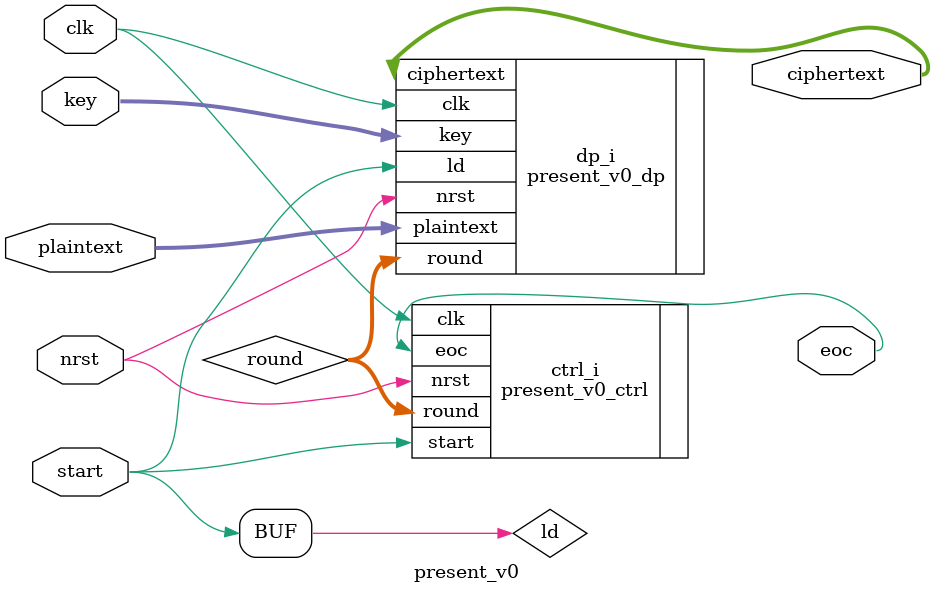
<source format=sv>
module present_v0(
                 clk,
                 nrst,
                 start,
                 eoc,
                 plaintext,
                 key,
                 ciphertext
                );

input  clk;
input  nrst;
input  start;
output eoc;
input  [63:0] plaintext;
input  [127:0] key;
output [63:0] ciphertext;

wire   [4:0] round;

wire ld = start;

present_v0_dp dp_i(
                    .clk(clk),
                    .nrst(nrst),
                    .ld(ld),
                    .plaintext(plaintext),
                    .key(key),
                    .round(round),
                    .ciphertext(ciphertext)
                  );

present_v0_ctrl  ctrl_i (
                       .clk(clk),
                       .nrst(nrst),
                       .start(start),
                       .eoc(eoc),
                       .round(round ) 
                      );
endmodule

</source>
